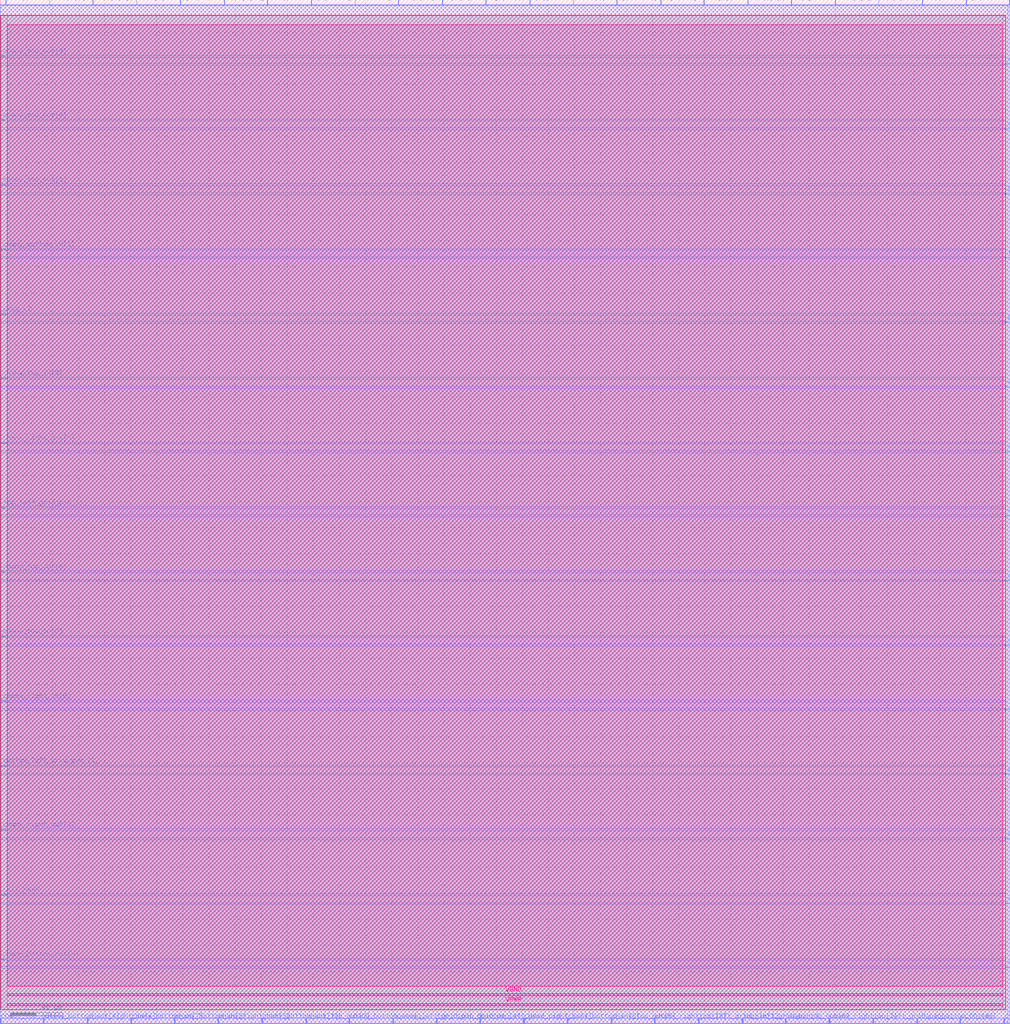
<source format=lef>
VERSION 5.7 ;
  NAMESCASESENSITIVE ON ;
  NOWIREEXTENSIONATPIN ON ;
  DIVIDERCHAR "/" ;
  BUSBITCHARS "[]" ;
UNITS
  DATABASE MICRONS 200 ;
END UNITS

MACRO sb_0__1_
  CLASS BLOCK ;
  FOREIGN sb_0__1_ ;
  ORIGIN 0.000 0.000 ;
  SIZE 774.010 BY 784.730 ;
  PIN bottom_left_grid_pin_11_
    DIRECTION INPUT ;
    PORT
      LAYER met2 ;
        RECT 438.930 780.730 439.210 784.730 ;
    END
  END bottom_left_grid_pin_11_
  PIN bottom_left_grid_pin_13_
    DIRECTION INPUT ;
    PORT
      LAYER met2 ;
        RECT 740.230 780.730 740.510 784.730 ;
    END
  END bottom_left_grid_pin_13_
  PIN bottom_left_grid_pin_15_
    DIRECTION INPUT ;
    PORT
      LAYER met3 ;
        RECT 0.000 197.240 4.000 197.840 ;
    END
  END bottom_left_grid_pin_15_
  PIN bottom_left_grid_pin_1_
    DIRECTION INPUT ;
    PORT
      LAYER met2 ;
        RECT 104.510 780.730 104.790 784.730 ;
    END
  END bottom_left_grid_pin_1_
  PIN bottom_left_grid_pin_3_
    DIRECTION INPUT ;
    PORT
      LAYER met3 ;
        RECT 770.010 537.240 774.010 537.840 ;
    END
  END bottom_left_grid_pin_3_
  PIN bottom_left_grid_pin_5_
    DIRECTION INPUT ;
    PORT
      LAYER met2 ;
        RECT 300.930 0.000 301.210 4.000 ;
    END
  END bottom_left_grid_pin_5_
  PIN bottom_left_grid_pin_7_
    DIRECTION INPUT ;
    PORT
      LAYER met2 ;
        RECT 367.630 0.000 367.910 4.000 ;
    END
  END bottom_left_grid_pin_7_
  PIN bottom_left_grid_pin_9_
    DIRECTION INPUT ;
    PORT
      LAYER met3 ;
        RECT 770.010 635.840 774.010 636.440 ;
    END
  END bottom_left_grid_pin_9_
  PIN bottom_right_grid_pin_11_
    DIRECTION INPUT ;
    PORT
      LAYER met2 ;
        RECT 472.510 780.730 472.790 784.730 ;
    END
  END bottom_right_grid_pin_11_
  PIN ccff_head
    DIRECTION INPUT ;
    PORT
      LAYER met3 ;
        RECT 0.000 98.640 4.000 99.240 ;
    END
  END ccff_head
  PIN ccff_tail
    DIRECTION OUTPUT TRISTATE ;
    PORT
      LAYER met2 ;
        RECT 735.630 0.000 735.910 4.000 ;
    END
  END ccff_tail
  PIN chanx_right_in[0]
    DIRECTION INPUT ;
    PORT
      LAYER met2 ;
        RECT 639.950 780.730 640.230 784.730 ;
    END
  END chanx_right_in[0]
  PIN chanx_right_in[1]
    DIRECTION INPUT ;
    PORT
      LAYER met2 ;
        RECT 401.210 0.000 401.490 4.000 ;
    END
  END chanx_right_in[1]
  PIN chanx_right_in[2]
    DIRECTION INPUT ;
    PORT
      LAYER met2 ;
        RECT 271.950 780.730 272.230 784.730 ;
    END
  END chanx_right_in[2]
  PIN chanx_right_in[3]
    DIRECTION INPUT ;
    PORT
      LAYER met3 ;
        RECT 770.010 487.600 774.010 488.200 ;
    END
  END chanx_right_in[3]
  PIN chanx_right_in[4]
    DIRECTION INPUT ;
    PORT
      LAYER met2 ;
        RECT 66.790 0.000 67.070 4.000 ;
    END
  END chanx_right_in[4]
  PIN chanx_right_in[5]
    DIRECTION INPUT ;
    PORT
      LAYER met3 ;
        RECT 0.000 246.880 4.000 247.480 ;
    END
  END chanx_right_in[5]
  PIN chanx_right_in[6]
    DIRECTION INPUT ;
    PORT
      LAYER met2 ;
        RECT 506.090 780.730 506.370 784.730 ;
    END
  END chanx_right_in[6]
  PIN chanx_right_in[7]
    DIRECTION INPUT ;
    PORT
      LAYER met2 ;
        RECT 635.350 0.000 635.630 4.000 ;
    END
  END chanx_right_in[7]
  PIN chanx_right_in[8]
    DIRECTION INPUT ;
    PORT
      LAYER met3 ;
        RECT 770.010 91.840 774.010 92.440 ;
    END
  END chanx_right_in[8]
  PIN chanx_right_out[0]
    DIRECTION OUTPUT TRISTATE ;
    PORT
      LAYER met3 ;
        RECT 0.000 444.760 4.000 445.360 ;
    END
  END chanx_right_out[0]
  PIN chanx_right_out[1]
    DIRECTION OUTPUT TRISTATE ;
    PORT
      LAYER met2 ;
        RECT 773.350 780.730 773.630 784.730 ;
    END
  END chanx_right_out[1]
  PIN chanx_right_out[2]
    DIRECTION OUTPUT TRISTATE ;
    PORT
      LAYER met2 ;
        RECT 305.070 780.730 305.350 784.730 ;
    END
  END chanx_right_out[2]
  PIN chanx_right_out[3]
    DIRECTION OUTPUT TRISTATE ;
    PORT
      LAYER met2 ;
        RECT 501.490 0.000 501.770 4.000 ;
    END
  END chanx_right_out[3]
  PIN chanx_right_out[4]
    DIRECTION OUTPUT TRISTATE ;
    PORT
      LAYER met3 ;
        RECT 0.000 148.280 4.000 148.880 ;
    END
  END chanx_right_out[4]
  PIN chanx_right_out[5]
    DIRECTION OUTPUT TRISTATE ;
    PORT
      LAYER met2 ;
        RECT 167.070 0.000 167.350 4.000 ;
    END
  END chanx_right_out[5]
  PIN chanx_right_out[6]
    DIRECTION OUTPUT TRISTATE ;
    PORT
      LAYER met3 ;
        RECT 770.010 685.480 774.010 686.080 ;
    END
  END chanx_right_out[6]
  PIN chanx_right_out[7]
    DIRECTION OUTPUT TRISTATE ;
    PORT
      LAYER met2 ;
        RECT 37.810 780.730 38.090 784.730 ;
    END
  END chanx_right_out[7]
  PIN chanx_right_out[8]
    DIRECTION OUTPUT TRISTATE ;
    PORT
      LAYER met2 ;
        RECT 70.930 780.730 71.210 784.730 ;
    END
  END chanx_right_out[8]
  PIN chany_bottom_in[0]
    DIRECTION INPUT ;
    PORT
      LAYER met2 ;
        RECT 606.370 780.730 606.650 784.730 ;
    END
  END chany_bottom_in[0]
  PIN chany_bottom_in[1]
    DIRECTION INPUT ;
    PORT
      LAYER met2 ;
        RECT 138.090 780.730 138.370 784.730 ;
    END
  END chany_bottom_in[1]
  PIN chany_bottom_in[2]
    DIRECTION INPUT ;
    PORT
      LAYER met2 ;
        RECT 769.210 0.000 769.490 4.000 ;
    END
  END chany_bottom_in[2]
  PIN chany_bottom_in[3]
    DIRECTION INPUT ;
    PORT
      LAYER met3 ;
        RECT 0.000 593.000 4.000 593.600 ;
    END
  END chany_bottom_in[3]
  PIN chany_bottom_in[4]
    DIRECTION INPUT ;
    PORT
      LAYER met3 ;
        RECT 770.010 141.480 774.010 142.080 ;
    END
  END chany_bottom_in[4]
  PIN chany_bottom_in[5]
    DIRECTION INPUT ;
    PORT
      LAYER met2 ;
        RECT 4.230 780.730 4.510 784.730 ;
    END
  END chany_bottom_in[5]
  PIN chany_bottom_in[6]
    DIRECTION INPUT ;
    PORT
      LAYER met2 ;
        RECT 133.490 0.000 133.770 4.000 ;
    END
  END chany_bottom_in[6]
  PIN chany_bottom_in[7]
    DIRECTION INPUT ;
    PORT
      LAYER met2 ;
        RECT 100.370 0.000 100.650 4.000 ;
    END
  END chany_bottom_in[7]
  PIN chany_bottom_in[8]
    DIRECTION INPUT ;
    PORT
      LAYER met2 ;
        RECT 434.790 0.000 435.070 4.000 ;
    END
  END chany_bottom_in[8]
  PIN chany_bottom_out[0]
    DIRECTION OUTPUT TRISTATE ;
    PORT
      LAYER met3 ;
        RECT 0.000 49.000 4.000 49.600 ;
    END
  END chany_bottom_out[0]
  PIN chany_bottom_out[1]
    DIRECTION OUTPUT TRISTATE ;
    PORT
      LAYER met2 ;
        RECT 267.350 0.000 267.630 4.000 ;
    END
  END chany_bottom_out[1]
  PIN chany_bottom_out[2]
    DIRECTION OUTPUT TRISTATE ;
    PORT
      LAYER met2 ;
        RECT 200.650 0.000 200.930 4.000 ;
    END
  END chany_bottom_out[2]
  PIN chany_bottom_out[3]
    DIRECTION OUTPUT TRISTATE ;
    PORT
      LAYER met2 ;
        RECT 539.210 780.730 539.490 784.730 ;
    END
  END chany_bottom_out[3]
  PIN chany_bottom_out[4]
    DIRECTION OUTPUT TRISTATE ;
    PORT
      LAYER met2 ;
        RECT 33.210 0.000 33.490 4.000 ;
    END
  END chany_bottom_out[4]
  PIN chany_bottom_out[5]
    DIRECTION OUTPUT TRISTATE ;
    PORT
      LAYER met3 ;
        RECT 770.010 437.960 774.010 438.560 ;
    END
  END chany_bottom_out[5]
  PIN chany_bottom_out[6]
    DIRECTION OUTPUT TRISTATE ;
    PORT
      LAYER met2 ;
        RECT 702.510 0.000 702.790 4.000 ;
    END
  END chany_bottom_out[6]
  PIN chany_bottom_out[7]
    DIRECTION OUTPUT TRISTATE ;
    PORT
      LAYER met2 ;
        RECT 405.810 780.730 406.090 784.730 ;
    END
  END chany_bottom_out[7]
  PIN chany_bottom_out[8]
    DIRECTION OUTPUT TRISTATE ;
    PORT
      LAYER met3 ;
        RECT 770.010 735.120 774.010 735.720 ;
    END
  END chany_bottom_out[8]
  PIN chany_top_in[0]
    DIRECTION INPUT ;
    PORT
      LAYER met3 ;
        RECT 770.010 389.000 774.010 389.600 ;
    END
  END chany_top_in[0]
  PIN chany_top_in[1]
    DIRECTION INPUT ;
    PORT
      LAYER met3 ;
        RECT 770.010 42.880 774.010 43.480 ;
    END
  END chany_top_in[1]
  PIN chany_top_in[2]
    DIRECTION INPUT ;
    PORT
      LAYER met3 ;
        RECT 0.000 296.520 4.000 297.120 ;
    END
  END chany_top_in[2]
  PIN chany_top_in[3]
    DIRECTION INPUT ;
    PORT
      LAYER met2 ;
        RECT 204.790 780.730 205.070 784.730 ;
    END
  END chany_top_in[3]
  PIN chany_top_in[4]
    DIRECTION INPUT ;
    PORT
      LAYER met3 ;
        RECT 770.010 339.360 774.010 339.960 ;
    END
  END chany_top_in[4]
  PIN chany_top_in[5]
    DIRECTION INPUT ;
    PORT
      LAYER met3 ;
        RECT 770.010 289.720 774.010 290.320 ;
    END
  END chany_top_in[5]
  PIN chany_top_in[6]
    DIRECTION INPUT ;
    PORT
      LAYER met2 ;
        RECT 372.230 780.730 372.510 784.730 ;
    END
  END chany_top_in[6]
  PIN chany_top_in[7]
    DIRECTION INPUT ;
    PORT
      LAYER met2 ;
        RECT 706.650 780.730 706.930 784.730 ;
    END
  END chany_top_in[7]
  PIN chany_top_in[8]
    DIRECTION INPUT ;
    PORT
      LAYER met3 ;
        RECT 0.000 494.400 4.000 495.000 ;
    END
  END chany_top_in[8]
  PIN chany_top_out[0]
    DIRECTION OUTPUT TRISTATE ;
    PORT
      LAYER met2 ;
        RECT 0.090 0.000 0.370 4.000 ;
    END
  END chany_top_out[0]
  PIN chany_top_out[1]
    DIRECTION OUTPUT TRISTATE ;
    PORT
      LAYER met3 ;
        RECT 0.000 642.640 4.000 643.240 ;
    END
  END chany_top_out[1]
  PIN chany_top_out[2]
    DIRECTION OUTPUT TRISTATE ;
    PORT
      LAYER met2 ;
        RECT 234.230 0.000 234.510 4.000 ;
    END
  END chany_top_out[2]
  PIN chany_top_out[3]
    DIRECTION OUTPUT TRISTATE ;
    PORT
      LAYER met3 ;
        RECT 0.000 741.240 4.000 741.840 ;
    END
  END chany_top_out[3]
  PIN chany_top_out[4]
    DIRECTION OUTPUT TRISTATE ;
    PORT
      LAYER met3 ;
        RECT 0.000 692.280 4.000 692.880 ;
    END
  END chany_top_out[4]
  PIN chany_top_out[5]
    DIRECTION OUTPUT TRISTATE ;
    PORT
      LAYER met2 ;
        RECT 468.370 0.000 468.650 4.000 ;
    END
  END chany_top_out[5]
  PIN chany_top_out[6]
    DIRECTION OUTPUT TRISTATE ;
    PORT
      LAYER met2 ;
        RECT 601.770 0.000 602.050 4.000 ;
    END
  END chany_top_out[6]
  PIN chany_top_out[7]
    DIRECTION OUTPUT TRISTATE ;
    PORT
      LAYER met2 ;
        RECT 572.790 780.730 573.070 784.730 ;
    END
  END chany_top_out[7]
  PIN chany_top_out[8]
    DIRECTION OUTPUT TRISTATE ;
    PORT
      LAYER met3 ;
        RECT 0.000 346.160 4.000 346.760 ;
    END
  END chany_top_out[8]
  PIN pReset
    DIRECTION INPUT ;
    PORT
      LAYER met3 ;
        RECT 770.010 191.120 774.010 191.720 ;
    END
  END pReset
  PIN prog_clk
    DIRECTION INPUT ;
    PORT
      LAYER met3 ;
        RECT 0.000 543.360 4.000 543.960 ;
    END
  END prog_clk
  PIN right_bottom_grid_pin_12_
    DIRECTION INPUT ;
    PORT
      LAYER met2 ;
        RECT 338.650 780.730 338.930 784.730 ;
    END
  END right_bottom_grid_pin_12_
  PIN right_top_grid_pin_10_
    DIRECTION INPUT ;
    PORT
      LAYER met3 ;
        RECT 770.010 240.760 774.010 241.360 ;
    END
  END right_top_grid_pin_10_
  PIN top_left_grid_pin_11_
    DIRECTION INPUT ;
    PORT
      LAYER met3 ;
        RECT 0.000 395.120 4.000 395.720 ;
    END
  END top_left_grid_pin_11_
  PIN top_left_grid_pin_13_
    DIRECTION INPUT ;
    PORT
      LAYER met2 ;
        RECT 535.070 0.000 535.350 4.000 ;
    END
  END top_left_grid_pin_13_
  PIN top_left_grid_pin_15_
    DIRECTION INPUT ;
    PORT
      LAYER met2 ;
        RECT 238.370 780.730 238.650 784.730 ;
    END
  END top_left_grid_pin_15_
  PIN top_left_grid_pin_1_
    DIRECTION INPUT ;
    PORT
      LAYER met2 ;
        RECT 668.930 0.000 669.210 4.000 ;
    END
  END top_left_grid_pin_1_
  PIN top_left_grid_pin_3_
    DIRECTION INPUT ;
    PORT
      LAYER met2 ;
        RECT 568.650 0.000 568.930 4.000 ;
    END
  END top_left_grid_pin_3_
  PIN top_left_grid_pin_5_
    DIRECTION INPUT ;
    PORT
      LAYER met2 ;
        RECT 673.070 780.730 673.350 784.730 ;
    END
  END top_left_grid_pin_5_
  PIN top_left_grid_pin_7_
    DIRECTION INPUT ;
    PORT
      LAYER met3 ;
        RECT 770.010 586.880 774.010 587.480 ;
    END
  END top_left_grid_pin_7_
  PIN top_left_grid_pin_9_
    DIRECTION INPUT ;
    PORT
      LAYER met2 ;
        RECT 171.670 780.730 171.950 784.730 ;
    END
  END top_left_grid_pin_9_
  PIN top_right_grid_pin_11_
    DIRECTION INPUT ;
    PORT
      LAYER met2 ;
        RECT 334.510 0.000 334.790 4.000 ;
    END
  END top_right_grid_pin_11_
  PIN VPWR
    DIRECTION INPUT ;
    USE POWER ;
    PORT
      LAYER met5 ;
        RECT 5.520 13.840 768.200 15.440 ;
    END
  END VPWR
  PIN VGND
    DIRECTION INPUT ;
    USE GROUND ;
    PORT
      LAYER met5 ;
        RECT 5.520 21.340 768.200 22.940 ;
    END
  END VGND
  OBS
      LAYER li1 ;
        RECT 5.520 10.795 768.200 772.565 ;
      LAYER met1 ;
        RECT 0.070 0.380 772.270 780.940 ;
      LAYER met2 ;
        RECT 0.090 780.450 3.950 781.050 ;
        RECT 4.790 780.450 37.530 781.050 ;
        RECT 38.370 780.450 70.650 781.050 ;
        RECT 71.490 780.450 104.230 781.050 ;
        RECT 105.070 780.450 137.810 781.050 ;
        RECT 138.650 780.450 171.390 781.050 ;
        RECT 172.230 780.450 204.510 781.050 ;
        RECT 205.350 780.450 238.090 781.050 ;
        RECT 238.930 780.450 271.670 781.050 ;
        RECT 272.510 780.450 304.790 781.050 ;
        RECT 305.630 780.450 338.370 781.050 ;
        RECT 339.210 780.450 371.950 781.050 ;
        RECT 372.790 780.450 405.530 781.050 ;
        RECT 406.370 780.450 438.650 781.050 ;
        RECT 439.490 780.450 472.230 781.050 ;
        RECT 473.070 780.450 505.810 781.050 ;
        RECT 506.650 780.450 538.930 781.050 ;
        RECT 539.770 780.450 572.510 781.050 ;
        RECT 573.350 780.450 606.090 781.050 ;
        RECT 606.930 780.450 639.670 781.050 ;
        RECT 640.510 780.450 672.790 781.050 ;
        RECT 673.630 780.450 706.370 781.050 ;
        RECT 707.210 780.450 739.950 781.050 ;
        RECT 740.790 780.450 773.070 781.050 ;
        RECT 0.090 4.280 773.350 780.450 ;
        RECT 0.650 0.270 32.930 4.280 ;
        RECT 33.770 0.270 66.510 4.280 ;
        RECT 67.350 0.270 100.090 4.280 ;
        RECT 100.930 0.270 133.210 4.280 ;
        RECT 134.050 0.270 166.790 4.280 ;
        RECT 167.630 0.270 200.370 4.280 ;
        RECT 201.210 0.270 233.950 4.280 ;
        RECT 234.790 0.270 267.070 4.280 ;
        RECT 267.910 0.270 300.650 4.280 ;
        RECT 301.490 0.270 334.230 4.280 ;
        RECT 335.070 0.270 367.350 4.280 ;
        RECT 368.190 0.270 400.930 4.280 ;
        RECT 401.770 0.270 434.510 4.280 ;
        RECT 435.350 0.270 468.090 4.280 ;
        RECT 468.930 0.270 501.210 4.280 ;
        RECT 502.050 0.270 534.790 4.280 ;
        RECT 535.630 0.270 568.370 4.280 ;
        RECT 569.210 0.270 601.490 4.280 ;
        RECT 602.330 0.270 635.070 4.280 ;
        RECT 635.910 0.270 668.650 4.280 ;
        RECT 669.490 0.270 702.230 4.280 ;
        RECT 703.070 0.270 735.350 4.280 ;
        RECT 736.190 0.270 768.930 4.280 ;
        RECT 769.770 0.270 773.350 4.280 ;
      LAYER met3 ;
        RECT 0.270 742.240 770.690 772.645 ;
        RECT 4.400 740.840 770.690 742.240 ;
        RECT 0.270 736.120 770.690 740.840 ;
        RECT 0.270 734.720 769.610 736.120 ;
        RECT 0.270 693.280 770.690 734.720 ;
        RECT 4.400 691.880 770.690 693.280 ;
        RECT 0.270 686.480 770.690 691.880 ;
        RECT 0.270 685.080 769.610 686.480 ;
        RECT 0.270 643.640 770.690 685.080 ;
        RECT 4.400 642.240 770.690 643.640 ;
        RECT 0.270 636.840 770.690 642.240 ;
        RECT 0.270 635.440 769.610 636.840 ;
        RECT 0.270 594.000 770.690 635.440 ;
        RECT 4.400 592.600 770.690 594.000 ;
        RECT 0.270 587.880 770.690 592.600 ;
        RECT 0.270 586.480 769.610 587.880 ;
        RECT 0.270 544.360 770.690 586.480 ;
        RECT 4.400 542.960 770.690 544.360 ;
        RECT 0.270 538.240 770.690 542.960 ;
        RECT 0.270 536.840 769.610 538.240 ;
        RECT 0.270 495.400 770.690 536.840 ;
        RECT 4.400 494.000 770.690 495.400 ;
        RECT 0.270 488.600 770.690 494.000 ;
        RECT 0.270 487.200 769.610 488.600 ;
        RECT 0.270 445.760 770.690 487.200 ;
        RECT 4.400 444.360 770.690 445.760 ;
        RECT 0.270 438.960 770.690 444.360 ;
        RECT 0.270 437.560 769.610 438.960 ;
        RECT 0.270 396.120 770.690 437.560 ;
        RECT 4.400 394.720 770.690 396.120 ;
        RECT 0.270 390.000 770.690 394.720 ;
        RECT 0.270 388.600 769.610 390.000 ;
        RECT 0.270 347.160 770.690 388.600 ;
        RECT 4.400 345.760 770.690 347.160 ;
        RECT 0.270 340.360 770.690 345.760 ;
        RECT 0.270 338.960 769.610 340.360 ;
        RECT 0.270 297.520 770.690 338.960 ;
        RECT 4.400 296.120 770.690 297.520 ;
        RECT 0.270 290.720 770.690 296.120 ;
        RECT 0.270 289.320 769.610 290.720 ;
        RECT 0.270 247.880 770.690 289.320 ;
        RECT 4.400 246.480 770.690 247.880 ;
        RECT 0.270 241.760 770.690 246.480 ;
        RECT 0.270 240.360 769.610 241.760 ;
        RECT 0.270 198.240 770.690 240.360 ;
        RECT 4.400 196.840 770.690 198.240 ;
        RECT 0.270 192.120 770.690 196.840 ;
        RECT 0.270 190.720 769.610 192.120 ;
        RECT 0.270 149.280 770.690 190.720 ;
        RECT 4.400 147.880 770.690 149.280 ;
        RECT 0.270 142.480 770.690 147.880 ;
        RECT 0.270 141.080 769.610 142.480 ;
        RECT 0.270 99.640 770.690 141.080 ;
        RECT 4.400 98.240 770.690 99.640 ;
        RECT 0.270 92.840 770.690 98.240 ;
        RECT 0.270 91.440 769.610 92.840 ;
        RECT 0.270 50.000 770.690 91.440 ;
        RECT 4.400 48.600 770.690 50.000 ;
        RECT 0.270 43.880 770.690 48.600 ;
        RECT 0.270 42.480 769.610 43.880 ;
        RECT 0.270 10.715 770.690 42.480 ;
      LAYER met4 ;
        RECT 0.295 10.640 770.665 772.720 ;
      LAYER met5 ;
        RECT 5.520 28.840 768.200 765.440 ;
  END
END sb_0__1_
END LIBRARY


</source>
